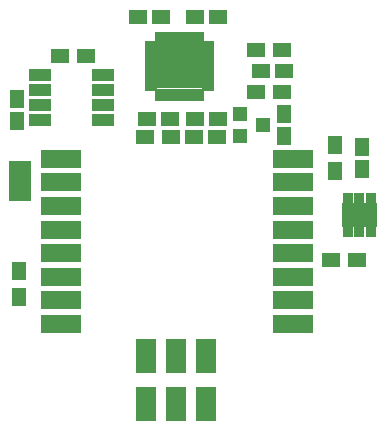
<source format=gts>
G04 #@! TF.GenerationSoftware,KiCad,Pcbnew,no-vcs-found-7518~57~ubuntu16.04.1*
G04 #@! TF.CreationDate,2017-01-25T15:55:48+02:00*
G04 #@! TF.ProjectId,temperature_humidity,74656D70657261747572655F68756D69,rev?*
G04 #@! TF.FileFunction,Soldermask,Top*
G04 #@! TF.FilePolarity,Negative*
%FSLAX46Y46*%
G04 Gerber Fmt 4.6, Leading zero omitted, Abs format (unit mm)*
G04 Created by KiCad (PCBNEW no-vcs-found-7518~57~ubuntu16.04.1) date Wed Jan 25 15:55:48 2017*
%MOMM*%
%LPD*%
G01*
G04 APERTURE LIST*
%ADD10C,0.100000*%
%ADD11R,1.670000X2.900000*%
%ADD12R,1.600000X1.150000*%
%ADD13R,1.150000X1.600000*%
%ADD14R,2.125000X2.125000*%
%ADD15R,1.100000X0.650000*%
%ADD16R,0.650000X1.100000*%
%ADD17R,1.900000X3.400000*%
%ADD18R,1.600000X1.300000*%
%ADD19R,1.300000X1.600000*%
%ADD20R,1.950000X1.000000*%
%ADD21R,1.300000X1.200000*%
%ADD22R,1.700000X1.250000*%
%ADD23R,0.850000X1.030000*%
%ADD24R,3.400000X1.600000*%
G04 APERTURE END LIST*
D10*
D11*
X119380000Y-102838000D03*
X116840000Y-102838000D03*
X114300000Y-102838000D03*
X114300000Y-98838000D03*
X116840000Y-98838000D03*
X119340000Y-98838000D03*
D12*
X113604000Y-70104000D03*
X115504000Y-70104000D03*
X116266000Y-78740000D03*
X114366000Y-78740000D03*
X120330000Y-70104000D03*
X118430000Y-70104000D03*
X120330000Y-78740000D03*
X118430000Y-78740000D03*
D13*
X103378000Y-78928000D03*
X103378000Y-77028000D03*
D12*
X124018000Y-74676000D03*
X125918000Y-74676000D03*
X118364000Y-80264000D03*
X120264000Y-80264000D03*
D13*
X132588000Y-81092000D03*
X132588000Y-82992000D03*
X125984000Y-80198000D03*
X125984000Y-78298000D03*
D14*
X117956500Y-73406000D03*
X116231500Y-73406000D03*
X117956500Y-75131000D03*
X116231500Y-75131000D03*
D15*
X119494000Y-72518500D03*
X119494000Y-73018500D03*
X119494000Y-73518500D03*
X119494000Y-74018500D03*
X119494000Y-74518500D03*
X119494000Y-75018500D03*
X119494000Y-75518500D03*
X119494000Y-76018500D03*
D16*
X118844000Y-76668500D03*
X118344000Y-76668500D03*
X117844000Y-76668500D03*
X117344000Y-76668500D03*
X116844000Y-76668500D03*
X116344000Y-76668500D03*
X115844000Y-76668500D03*
X115344000Y-76668500D03*
D15*
X114694000Y-76018500D03*
X114694000Y-75518500D03*
X114694000Y-75018500D03*
X114694000Y-74518500D03*
X114694000Y-74018500D03*
X114694000Y-73518500D03*
X114694000Y-73018500D03*
X114694000Y-72518500D03*
D16*
X115344000Y-71868500D03*
X115844000Y-71868500D03*
X116344000Y-71868500D03*
X116844000Y-71868500D03*
X117344000Y-71868500D03*
X117844000Y-71868500D03*
X118344000Y-71868500D03*
X118844000Y-71868500D03*
D17*
X103632000Y-84020000D03*
D18*
X107020000Y-73406000D03*
X109220000Y-73406000D03*
X123614000Y-76454000D03*
X125814000Y-76454000D03*
X123614000Y-72898000D03*
X125814000Y-72898000D03*
D19*
X130302000Y-80942000D03*
X130302000Y-83142000D03*
D18*
X132164000Y-90678000D03*
X129964000Y-90678000D03*
D19*
X103548000Y-91610000D03*
X103548000Y-93810000D03*
D20*
X110650000Y-75057000D03*
X110650000Y-76327000D03*
X110650000Y-77597000D03*
X110650000Y-78867000D03*
X105250000Y-78867000D03*
X105250000Y-77597000D03*
X105250000Y-76327000D03*
X105250000Y-75057000D03*
D21*
X124206000Y-79248000D03*
X122206000Y-80198000D03*
X122206000Y-78298000D03*
D22*
X131684000Y-87293000D03*
X132984000Y-87293000D03*
X131684000Y-86443000D03*
X132984000Y-86443000D03*
D23*
X131384000Y-85528000D03*
X132334000Y-85528000D03*
X133284000Y-85528000D03*
X133284000Y-88208000D03*
X132334000Y-88208000D03*
X131384000Y-88208000D03*
D24*
X107046000Y-96106000D03*
X107046000Y-94106000D03*
X107046000Y-92106000D03*
X107046000Y-90106000D03*
X107046000Y-88106000D03*
X107046000Y-86106000D03*
X107046000Y-84106000D03*
X107046000Y-82106000D03*
X126746000Y-82106000D03*
X126746000Y-84106000D03*
X126746000Y-86106000D03*
X126746000Y-88106000D03*
X126746000Y-90106000D03*
X126746000Y-92106000D03*
X126746000Y-94106000D03*
X126746000Y-96106000D03*
D18*
X116416000Y-80264000D03*
X114216000Y-80264000D03*
M02*

</source>
